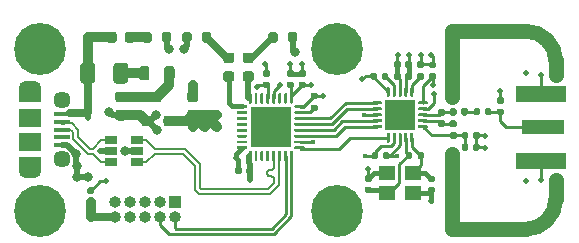
<source format=gtl>
%TF.GenerationSoftware,KiCad,Pcbnew,(5.1.12)-1*%
%TF.CreationDate,2022-02-05T21:00:17-05:00*%
%TF.ProjectId,usb-rf,7573622d-7266-42e6-9b69-6361645f7063,rev?*%
%TF.SameCoordinates,Original*%
%TF.FileFunction,Copper,L1,Top*%
%TF.FilePolarity,Positive*%
%FSLAX46Y46*%
G04 Gerber Fmt 4.6, Leading zero omitted, Abs format (unit mm)*
G04 Created by KiCad (PCBNEW (5.1.12)-1) date 2022-02-05 21:00:17*
%MOMM*%
%LPD*%
G01*
G04 APERTURE LIST*
%TA.AperFunction,EtchedComponent*%
%ADD10C,1.270000*%
%TD*%
%TA.AperFunction,SMDPad,CuDef*%
%ADD11R,3.600000X1.270000*%
%TD*%
%TA.AperFunction,SMDPad,CuDef*%
%ADD12R,4.200000X1.350000*%
%TD*%
%TA.AperFunction,SMDPad,CuDef*%
%ADD13R,1.900000X1.200000*%
%TD*%
%TA.AperFunction,ComponentPad*%
%ADD14O,1.900000X1.200000*%
%TD*%
%TA.AperFunction,SMDPad,CuDef*%
%ADD15R,1.900000X1.500000*%
%TD*%
%TA.AperFunction,ComponentPad*%
%ADD16C,1.450000*%
%TD*%
%TA.AperFunction,SMDPad,CuDef*%
%ADD17R,1.350000X0.400000*%
%TD*%
%TA.AperFunction,SMDPad,CuDef*%
%ADD18R,3.450000X3.450000*%
%TD*%
%TA.AperFunction,ComponentPad*%
%ADD19O,1.000000X1.000000*%
%TD*%
%TA.AperFunction,ComponentPad*%
%ADD20R,1.000000X1.000000*%
%TD*%
%TA.AperFunction,ComponentPad*%
%ADD21C,4.400000*%
%TD*%
%TA.AperFunction,SMDPad,CuDef*%
%ADD22R,1.400000X1.200000*%
%TD*%
%TA.AperFunction,SMDPad,CuDef*%
%ADD23R,2.500000X2.500000*%
%TD*%
%TA.AperFunction,SMDPad,CuDef*%
%ADD24R,1.060000X0.650000*%
%TD*%
%TA.AperFunction,SMDPad,CuDef*%
%ADD25R,0.800000X0.900000*%
%TD*%
%TA.AperFunction,ViaPad*%
%ADD26C,0.500000*%
%TD*%
%TA.AperFunction,ViaPad*%
%ADD27C,0.800000*%
%TD*%
%TA.AperFunction,ViaPad*%
%ADD28C,0.400000*%
%TD*%
%TA.AperFunction,Conductor*%
%ADD29C,0.508000*%
%TD*%
%TA.AperFunction,Conductor*%
%ADD30C,0.812800*%
%TD*%
%TA.AperFunction,Conductor*%
%ADD31C,0.381000*%
%TD*%
%TA.AperFunction,Conductor*%
%ADD32C,0.261112*%
%TD*%
%TA.AperFunction,Conductor*%
%ADD33C,0.293370*%
%TD*%
%TA.AperFunction,Conductor*%
%ADD34C,0.660400*%
%TD*%
%TA.AperFunction,Conductor*%
%ADD35C,0.200000*%
%TD*%
G04 APERTURE END LIST*
D10*
X153543000Y-79248000D02*
X153543000Y-73660000D01*
X162306000Y-76073000D02*
X162306000Y-77343000D01*
X153543000Y-73660000D02*
X159766000Y-73660000D01*
X153543000Y-90424000D02*
X153543000Y-84074000D01*
X153543000Y-90424000D02*
X159766000Y-90424000D01*
X162306000Y-86233000D02*
X162306000Y-87884000D01*
X162306000Y-87884000D02*
G75*
G02*
X159766000Y-90424000I-2540000J0D01*
G01*
X159766000Y-73660000D02*
G75*
G02*
X162306000Y-76200000I0J-2540000D01*
G01*
D11*
X161236000Y-81788000D03*
D12*
X161036000Y-78963000D03*
X161036000Y-84613000D03*
D13*
X117762500Y-79100000D03*
X117762500Y-84900000D03*
D14*
X117762500Y-85500000D03*
X117762500Y-78500000D03*
D15*
X117762500Y-81000000D03*
D16*
X120462500Y-84500000D03*
D17*
X120462500Y-82000000D03*
X120462500Y-82650000D03*
X120462500Y-83300000D03*
X120462500Y-80700000D03*
X120462500Y-81350000D03*
D16*
X120462500Y-79500000D03*
D15*
X117762500Y-83000000D03*
D18*
X138176000Y-81788000D03*
%TA.AperFunction,SMDPad,CuDef*%
G36*
G01*
X140238500Y-79913000D02*
X140988500Y-79913000D01*
G75*
G02*
X141051000Y-79975500I0J-62500D01*
G01*
X141051000Y-80100500D01*
G75*
G02*
X140988500Y-80163000I-62500J0D01*
G01*
X140238500Y-80163000D01*
G75*
G02*
X140176000Y-80100500I0J62500D01*
G01*
X140176000Y-79975500D01*
G75*
G02*
X140238500Y-79913000I62500J0D01*
G01*
G37*
%TD.AperFunction*%
%TA.AperFunction,SMDPad,CuDef*%
G36*
G01*
X140238500Y-80413000D02*
X140988500Y-80413000D01*
G75*
G02*
X141051000Y-80475500I0J-62500D01*
G01*
X141051000Y-80600500D01*
G75*
G02*
X140988500Y-80663000I-62500J0D01*
G01*
X140238500Y-80663000D01*
G75*
G02*
X140176000Y-80600500I0J62500D01*
G01*
X140176000Y-80475500D01*
G75*
G02*
X140238500Y-80413000I62500J0D01*
G01*
G37*
%TD.AperFunction*%
%TA.AperFunction,SMDPad,CuDef*%
G36*
G01*
X140238500Y-80913000D02*
X140988500Y-80913000D01*
G75*
G02*
X141051000Y-80975500I0J-62500D01*
G01*
X141051000Y-81100500D01*
G75*
G02*
X140988500Y-81163000I-62500J0D01*
G01*
X140238500Y-81163000D01*
G75*
G02*
X140176000Y-81100500I0J62500D01*
G01*
X140176000Y-80975500D01*
G75*
G02*
X140238500Y-80913000I62500J0D01*
G01*
G37*
%TD.AperFunction*%
%TA.AperFunction,SMDPad,CuDef*%
G36*
G01*
X140238500Y-81413000D02*
X140988500Y-81413000D01*
G75*
G02*
X141051000Y-81475500I0J-62500D01*
G01*
X141051000Y-81600500D01*
G75*
G02*
X140988500Y-81663000I-62500J0D01*
G01*
X140238500Y-81663000D01*
G75*
G02*
X140176000Y-81600500I0J62500D01*
G01*
X140176000Y-81475500D01*
G75*
G02*
X140238500Y-81413000I62500J0D01*
G01*
G37*
%TD.AperFunction*%
%TA.AperFunction,SMDPad,CuDef*%
G36*
G01*
X140238500Y-81913000D02*
X140988500Y-81913000D01*
G75*
G02*
X141051000Y-81975500I0J-62500D01*
G01*
X141051000Y-82100500D01*
G75*
G02*
X140988500Y-82163000I-62500J0D01*
G01*
X140238500Y-82163000D01*
G75*
G02*
X140176000Y-82100500I0J62500D01*
G01*
X140176000Y-81975500D01*
G75*
G02*
X140238500Y-81913000I62500J0D01*
G01*
G37*
%TD.AperFunction*%
%TA.AperFunction,SMDPad,CuDef*%
G36*
G01*
X140238500Y-82413000D02*
X140988500Y-82413000D01*
G75*
G02*
X141051000Y-82475500I0J-62500D01*
G01*
X141051000Y-82600500D01*
G75*
G02*
X140988500Y-82663000I-62500J0D01*
G01*
X140238500Y-82663000D01*
G75*
G02*
X140176000Y-82600500I0J62500D01*
G01*
X140176000Y-82475500D01*
G75*
G02*
X140238500Y-82413000I62500J0D01*
G01*
G37*
%TD.AperFunction*%
%TA.AperFunction,SMDPad,CuDef*%
G36*
G01*
X140238500Y-82913000D02*
X140988500Y-82913000D01*
G75*
G02*
X141051000Y-82975500I0J-62500D01*
G01*
X141051000Y-83100500D01*
G75*
G02*
X140988500Y-83163000I-62500J0D01*
G01*
X140238500Y-83163000D01*
G75*
G02*
X140176000Y-83100500I0J62500D01*
G01*
X140176000Y-82975500D01*
G75*
G02*
X140238500Y-82913000I62500J0D01*
G01*
G37*
%TD.AperFunction*%
%TA.AperFunction,SMDPad,CuDef*%
G36*
G01*
X140238500Y-83413000D02*
X140988500Y-83413000D01*
G75*
G02*
X141051000Y-83475500I0J-62500D01*
G01*
X141051000Y-83600500D01*
G75*
G02*
X140988500Y-83663000I-62500J0D01*
G01*
X140238500Y-83663000D01*
G75*
G02*
X140176000Y-83600500I0J62500D01*
G01*
X140176000Y-83475500D01*
G75*
G02*
X140238500Y-83413000I62500J0D01*
G01*
G37*
%TD.AperFunction*%
%TA.AperFunction,SMDPad,CuDef*%
G36*
G01*
X139863500Y-83788000D02*
X139988500Y-83788000D01*
G75*
G02*
X140051000Y-83850500I0J-62500D01*
G01*
X140051000Y-84600500D01*
G75*
G02*
X139988500Y-84663000I-62500J0D01*
G01*
X139863500Y-84663000D01*
G75*
G02*
X139801000Y-84600500I0J62500D01*
G01*
X139801000Y-83850500D01*
G75*
G02*
X139863500Y-83788000I62500J0D01*
G01*
G37*
%TD.AperFunction*%
%TA.AperFunction,SMDPad,CuDef*%
G36*
G01*
X139363500Y-83788000D02*
X139488500Y-83788000D01*
G75*
G02*
X139551000Y-83850500I0J-62500D01*
G01*
X139551000Y-84600500D01*
G75*
G02*
X139488500Y-84663000I-62500J0D01*
G01*
X139363500Y-84663000D01*
G75*
G02*
X139301000Y-84600500I0J62500D01*
G01*
X139301000Y-83850500D01*
G75*
G02*
X139363500Y-83788000I62500J0D01*
G01*
G37*
%TD.AperFunction*%
%TA.AperFunction,SMDPad,CuDef*%
G36*
G01*
X138863500Y-83788000D02*
X138988500Y-83788000D01*
G75*
G02*
X139051000Y-83850500I0J-62500D01*
G01*
X139051000Y-84600500D01*
G75*
G02*
X138988500Y-84663000I-62500J0D01*
G01*
X138863500Y-84663000D01*
G75*
G02*
X138801000Y-84600500I0J62500D01*
G01*
X138801000Y-83850500D01*
G75*
G02*
X138863500Y-83788000I62500J0D01*
G01*
G37*
%TD.AperFunction*%
%TA.AperFunction,SMDPad,CuDef*%
G36*
G01*
X138363500Y-83788000D02*
X138488500Y-83788000D01*
G75*
G02*
X138551000Y-83850500I0J-62500D01*
G01*
X138551000Y-84600500D01*
G75*
G02*
X138488500Y-84663000I-62500J0D01*
G01*
X138363500Y-84663000D01*
G75*
G02*
X138301000Y-84600500I0J62500D01*
G01*
X138301000Y-83850500D01*
G75*
G02*
X138363500Y-83788000I62500J0D01*
G01*
G37*
%TD.AperFunction*%
%TA.AperFunction,SMDPad,CuDef*%
G36*
G01*
X137863500Y-83788000D02*
X137988500Y-83788000D01*
G75*
G02*
X138051000Y-83850500I0J-62500D01*
G01*
X138051000Y-84600500D01*
G75*
G02*
X137988500Y-84663000I-62500J0D01*
G01*
X137863500Y-84663000D01*
G75*
G02*
X137801000Y-84600500I0J62500D01*
G01*
X137801000Y-83850500D01*
G75*
G02*
X137863500Y-83788000I62500J0D01*
G01*
G37*
%TD.AperFunction*%
%TA.AperFunction,SMDPad,CuDef*%
G36*
G01*
X137363500Y-83788000D02*
X137488500Y-83788000D01*
G75*
G02*
X137551000Y-83850500I0J-62500D01*
G01*
X137551000Y-84600500D01*
G75*
G02*
X137488500Y-84663000I-62500J0D01*
G01*
X137363500Y-84663000D01*
G75*
G02*
X137301000Y-84600500I0J62500D01*
G01*
X137301000Y-83850500D01*
G75*
G02*
X137363500Y-83788000I62500J0D01*
G01*
G37*
%TD.AperFunction*%
%TA.AperFunction,SMDPad,CuDef*%
G36*
G01*
X136863500Y-83788000D02*
X136988500Y-83788000D01*
G75*
G02*
X137051000Y-83850500I0J-62500D01*
G01*
X137051000Y-84600500D01*
G75*
G02*
X136988500Y-84663000I-62500J0D01*
G01*
X136863500Y-84663000D01*
G75*
G02*
X136801000Y-84600500I0J62500D01*
G01*
X136801000Y-83850500D01*
G75*
G02*
X136863500Y-83788000I62500J0D01*
G01*
G37*
%TD.AperFunction*%
%TA.AperFunction,SMDPad,CuDef*%
G36*
G01*
X136363500Y-83788000D02*
X136488500Y-83788000D01*
G75*
G02*
X136551000Y-83850500I0J-62500D01*
G01*
X136551000Y-84600500D01*
G75*
G02*
X136488500Y-84663000I-62500J0D01*
G01*
X136363500Y-84663000D01*
G75*
G02*
X136301000Y-84600500I0J62500D01*
G01*
X136301000Y-83850500D01*
G75*
G02*
X136363500Y-83788000I62500J0D01*
G01*
G37*
%TD.AperFunction*%
%TA.AperFunction,SMDPad,CuDef*%
G36*
G01*
X135363500Y-83413000D02*
X136113500Y-83413000D01*
G75*
G02*
X136176000Y-83475500I0J-62500D01*
G01*
X136176000Y-83600500D01*
G75*
G02*
X136113500Y-83663000I-62500J0D01*
G01*
X135363500Y-83663000D01*
G75*
G02*
X135301000Y-83600500I0J62500D01*
G01*
X135301000Y-83475500D01*
G75*
G02*
X135363500Y-83413000I62500J0D01*
G01*
G37*
%TD.AperFunction*%
%TA.AperFunction,SMDPad,CuDef*%
G36*
G01*
X135363500Y-82913000D02*
X136113500Y-82913000D01*
G75*
G02*
X136176000Y-82975500I0J-62500D01*
G01*
X136176000Y-83100500D01*
G75*
G02*
X136113500Y-83163000I-62500J0D01*
G01*
X135363500Y-83163000D01*
G75*
G02*
X135301000Y-83100500I0J62500D01*
G01*
X135301000Y-82975500D01*
G75*
G02*
X135363500Y-82913000I62500J0D01*
G01*
G37*
%TD.AperFunction*%
%TA.AperFunction,SMDPad,CuDef*%
G36*
G01*
X135363500Y-82413000D02*
X136113500Y-82413000D01*
G75*
G02*
X136176000Y-82475500I0J-62500D01*
G01*
X136176000Y-82600500D01*
G75*
G02*
X136113500Y-82663000I-62500J0D01*
G01*
X135363500Y-82663000D01*
G75*
G02*
X135301000Y-82600500I0J62500D01*
G01*
X135301000Y-82475500D01*
G75*
G02*
X135363500Y-82413000I62500J0D01*
G01*
G37*
%TD.AperFunction*%
%TA.AperFunction,SMDPad,CuDef*%
G36*
G01*
X135363500Y-81913000D02*
X136113500Y-81913000D01*
G75*
G02*
X136176000Y-81975500I0J-62500D01*
G01*
X136176000Y-82100500D01*
G75*
G02*
X136113500Y-82163000I-62500J0D01*
G01*
X135363500Y-82163000D01*
G75*
G02*
X135301000Y-82100500I0J62500D01*
G01*
X135301000Y-81975500D01*
G75*
G02*
X135363500Y-81913000I62500J0D01*
G01*
G37*
%TD.AperFunction*%
%TA.AperFunction,SMDPad,CuDef*%
G36*
G01*
X135363500Y-81413000D02*
X136113500Y-81413000D01*
G75*
G02*
X136176000Y-81475500I0J-62500D01*
G01*
X136176000Y-81600500D01*
G75*
G02*
X136113500Y-81663000I-62500J0D01*
G01*
X135363500Y-81663000D01*
G75*
G02*
X135301000Y-81600500I0J62500D01*
G01*
X135301000Y-81475500D01*
G75*
G02*
X135363500Y-81413000I62500J0D01*
G01*
G37*
%TD.AperFunction*%
%TA.AperFunction,SMDPad,CuDef*%
G36*
G01*
X135363500Y-80913000D02*
X136113500Y-80913000D01*
G75*
G02*
X136176000Y-80975500I0J-62500D01*
G01*
X136176000Y-81100500D01*
G75*
G02*
X136113500Y-81163000I-62500J0D01*
G01*
X135363500Y-81163000D01*
G75*
G02*
X135301000Y-81100500I0J62500D01*
G01*
X135301000Y-80975500D01*
G75*
G02*
X135363500Y-80913000I62500J0D01*
G01*
G37*
%TD.AperFunction*%
%TA.AperFunction,SMDPad,CuDef*%
G36*
G01*
X135363500Y-80413000D02*
X136113500Y-80413000D01*
G75*
G02*
X136176000Y-80475500I0J-62500D01*
G01*
X136176000Y-80600500D01*
G75*
G02*
X136113500Y-80663000I-62500J0D01*
G01*
X135363500Y-80663000D01*
G75*
G02*
X135301000Y-80600500I0J62500D01*
G01*
X135301000Y-80475500D01*
G75*
G02*
X135363500Y-80413000I62500J0D01*
G01*
G37*
%TD.AperFunction*%
%TA.AperFunction,SMDPad,CuDef*%
G36*
G01*
X135363500Y-79913000D02*
X136113500Y-79913000D01*
G75*
G02*
X136176000Y-79975500I0J-62500D01*
G01*
X136176000Y-80100500D01*
G75*
G02*
X136113500Y-80163000I-62500J0D01*
G01*
X135363500Y-80163000D01*
G75*
G02*
X135301000Y-80100500I0J62500D01*
G01*
X135301000Y-79975500D01*
G75*
G02*
X135363500Y-79913000I62500J0D01*
G01*
G37*
%TD.AperFunction*%
%TA.AperFunction,SMDPad,CuDef*%
G36*
G01*
X136363500Y-78913000D02*
X136488500Y-78913000D01*
G75*
G02*
X136551000Y-78975500I0J-62500D01*
G01*
X136551000Y-79725500D01*
G75*
G02*
X136488500Y-79788000I-62500J0D01*
G01*
X136363500Y-79788000D01*
G75*
G02*
X136301000Y-79725500I0J62500D01*
G01*
X136301000Y-78975500D01*
G75*
G02*
X136363500Y-78913000I62500J0D01*
G01*
G37*
%TD.AperFunction*%
%TA.AperFunction,SMDPad,CuDef*%
G36*
G01*
X136863500Y-78913000D02*
X136988500Y-78913000D01*
G75*
G02*
X137051000Y-78975500I0J-62500D01*
G01*
X137051000Y-79725500D01*
G75*
G02*
X136988500Y-79788000I-62500J0D01*
G01*
X136863500Y-79788000D01*
G75*
G02*
X136801000Y-79725500I0J62500D01*
G01*
X136801000Y-78975500D01*
G75*
G02*
X136863500Y-78913000I62500J0D01*
G01*
G37*
%TD.AperFunction*%
%TA.AperFunction,SMDPad,CuDef*%
G36*
G01*
X137363500Y-78913000D02*
X137488500Y-78913000D01*
G75*
G02*
X137551000Y-78975500I0J-62500D01*
G01*
X137551000Y-79725500D01*
G75*
G02*
X137488500Y-79788000I-62500J0D01*
G01*
X137363500Y-79788000D01*
G75*
G02*
X137301000Y-79725500I0J62500D01*
G01*
X137301000Y-78975500D01*
G75*
G02*
X137363500Y-78913000I62500J0D01*
G01*
G37*
%TD.AperFunction*%
%TA.AperFunction,SMDPad,CuDef*%
G36*
G01*
X137863500Y-78913000D02*
X137988500Y-78913000D01*
G75*
G02*
X138051000Y-78975500I0J-62500D01*
G01*
X138051000Y-79725500D01*
G75*
G02*
X137988500Y-79788000I-62500J0D01*
G01*
X137863500Y-79788000D01*
G75*
G02*
X137801000Y-79725500I0J62500D01*
G01*
X137801000Y-78975500D01*
G75*
G02*
X137863500Y-78913000I62500J0D01*
G01*
G37*
%TD.AperFunction*%
%TA.AperFunction,SMDPad,CuDef*%
G36*
G01*
X138363500Y-78913000D02*
X138488500Y-78913000D01*
G75*
G02*
X138551000Y-78975500I0J-62500D01*
G01*
X138551000Y-79725500D01*
G75*
G02*
X138488500Y-79788000I-62500J0D01*
G01*
X138363500Y-79788000D01*
G75*
G02*
X138301000Y-79725500I0J62500D01*
G01*
X138301000Y-78975500D01*
G75*
G02*
X138363500Y-78913000I62500J0D01*
G01*
G37*
%TD.AperFunction*%
%TA.AperFunction,SMDPad,CuDef*%
G36*
G01*
X138863500Y-78913000D02*
X138988500Y-78913000D01*
G75*
G02*
X139051000Y-78975500I0J-62500D01*
G01*
X139051000Y-79725500D01*
G75*
G02*
X138988500Y-79788000I-62500J0D01*
G01*
X138863500Y-79788000D01*
G75*
G02*
X138801000Y-79725500I0J62500D01*
G01*
X138801000Y-78975500D01*
G75*
G02*
X138863500Y-78913000I62500J0D01*
G01*
G37*
%TD.AperFunction*%
%TA.AperFunction,SMDPad,CuDef*%
G36*
G01*
X139363500Y-78913000D02*
X139488500Y-78913000D01*
G75*
G02*
X139551000Y-78975500I0J-62500D01*
G01*
X139551000Y-79725500D01*
G75*
G02*
X139488500Y-79788000I-62500J0D01*
G01*
X139363500Y-79788000D01*
G75*
G02*
X139301000Y-79725500I0J62500D01*
G01*
X139301000Y-78975500D01*
G75*
G02*
X139363500Y-78913000I62500J0D01*
G01*
G37*
%TD.AperFunction*%
%TA.AperFunction,SMDPad,CuDef*%
G36*
G01*
X139863500Y-78913000D02*
X139988500Y-78913000D01*
G75*
G02*
X140051000Y-78975500I0J-62500D01*
G01*
X140051000Y-79725500D01*
G75*
G02*
X139988500Y-79788000I-62500J0D01*
G01*
X139863500Y-79788000D01*
G75*
G02*
X139801000Y-79725500I0J62500D01*
G01*
X139801000Y-78975500D01*
G75*
G02*
X139863500Y-78913000I62500J0D01*
G01*
G37*
%TD.AperFunction*%
%TA.AperFunction,SMDPad,CuDef*%
G36*
G01*
X125126000Y-73911750D02*
X125126000Y-74424250D01*
G75*
G02*
X124907250Y-74643000I-218750J0D01*
G01*
X124469750Y-74643000D01*
G75*
G02*
X124251000Y-74424250I0J218750D01*
G01*
X124251000Y-73911750D01*
G75*
G02*
X124469750Y-73693000I218750J0D01*
G01*
X124907250Y-73693000D01*
G75*
G02*
X125126000Y-73911750I0J-218750D01*
G01*
G37*
%TD.AperFunction*%
%TA.AperFunction,SMDPad,CuDef*%
G36*
G01*
X126701000Y-73911750D02*
X126701000Y-74424250D01*
G75*
G02*
X126482250Y-74643000I-218750J0D01*
G01*
X126044750Y-74643000D01*
G75*
G02*
X125826000Y-74424250I0J218750D01*
G01*
X125826000Y-73911750D01*
G75*
G02*
X126044750Y-73693000I218750J0D01*
G01*
X126482250Y-73693000D01*
G75*
G02*
X126701000Y-73911750I0J-218750D01*
G01*
G37*
%TD.AperFunction*%
D19*
X124968000Y-89408000D03*
X124968000Y-88138000D03*
X126238000Y-89408000D03*
X126238000Y-88138000D03*
X127508000Y-89408000D03*
X127508000Y-88138000D03*
X128778000Y-89408000D03*
X128778000Y-88138000D03*
X130048000Y-89408000D03*
D20*
X130048000Y-88138000D03*
D21*
X143764000Y-75184000D03*
X143764000Y-88900000D03*
X118618000Y-88900000D03*
X118618000Y-75184000D03*
%TA.AperFunction,SMDPad,CuDef*%
G36*
G01*
X128099000Y-73893000D02*
X128099000Y-74443000D01*
G75*
G02*
X127899000Y-74643000I-200000J0D01*
G01*
X127499000Y-74643000D01*
G75*
G02*
X127299000Y-74443000I0J200000D01*
G01*
X127299000Y-73893000D01*
G75*
G02*
X127499000Y-73693000I200000J0D01*
G01*
X127899000Y-73693000D01*
G75*
G02*
X128099000Y-73893000I0J-200000D01*
G01*
G37*
%TD.AperFunction*%
%TA.AperFunction,SMDPad,CuDef*%
G36*
G01*
X129749000Y-73893000D02*
X129749000Y-74443000D01*
G75*
G02*
X129549000Y-74643000I-200000J0D01*
G01*
X129149000Y-74643000D01*
G75*
G02*
X128949000Y-74443000I0J200000D01*
G01*
X128949000Y-73893000D01*
G75*
G02*
X129149000Y-73693000I200000J0D01*
G01*
X129549000Y-73693000D01*
G75*
G02*
X129749000Y-73893000I0J-200000D01*
G01*
G37*
%TD.AperFunction*%
%TA.AperFunction,SMDPad,CuDef*%
G36*
G01*
X124851000Y-77841000D02*
X124851000Y-76591000D01*
G75*
G02*
X125101000Y-76341000I250000J0D01*
G01*
X125851000Y-76341000D01*
G75*
G02*
X126101000Y-76591000I0J-250000D01*
G01*
X126101000Y-77841000D01*
G75*
G02*
X125851000Y-78091000I-250000J0D01*
G01*
X125101000Y-78091000D01*
G75*
G02*
X124851000Y-77841000I0J250000D01*
G01*
G37*
%TD.AperFunction*%
%TA.AperFunction,SMDPad,CuDef*%
G36*
G01*
X122051000Y-77841000D02*
X122051000Y-76591000D01*
G75*
G02*
X122301000Y-76341000I250000J0D01*
G01*
X123051000Y-76341000D01*
G75*
G02*
X123301000Y-76591000I0J-250000D01*
G01*
X123301000Y-77841000D01*
G75*
G02*
X123051000Y-78091000I-250000J0D01*
G01*
X122301000Y-78091000D01*
G75*
G02*
X122051000Y-77841000I0J250000D01*
G01*
G37*
%TD.AperFunction*%
D22*
X150220000Y-87334000D03*
X148020000Y-87334000D03*
X148020000Y-85634000D03*
X150220000Y-85634000D03*
D23*
X149120000Y-80734000D03*
%TA.AperFunction,SMDPad,CuDef*%
G36*
G01*
X147995000Y-79146500D02*
X147995000Y-78446500D01*
G75*
G02*
X148057500Y-78384000I62500J0D01*
G01*
X148182500Y-78384000D01*
G75*
G02*
X148245000Y-78446500I0J-62500D01*
G01*
X148245000Y-79146500D01*
G75*
G02*
X148182500Y-79209000I-62500J0D01*
G01*
X148057500Y-79209000D01*
G75*
G02*
X147995000Y-79146500I0J62500D01*
G01*
G37*
%TD.AperFunction*%
%TA.AperFunction,SMDPad,CuDef*%
G36*
G01*
X148495000Y-79146500D02*
X148495000Y-78446500D01*
G75*
G02*
X148557500Y-78384000I62500J0D01*
G01*
X148682500Y-78384000D01*
G75*
G02*
X148745000Y-78446500I0J-62500D01*
G01*
X148745000Y-79146500D01*
G75*
G02*
X148682500Y-79209000I-62500J0D01*
G01*
X148557500Y-79209000D01*
G75*
G02*
X148495000Y-79146500I0J62500D01*
G01*
G37*
%TD.AperFunction*%
%TA.AperFunction,SMDPad,CuDef*%
G36*
G01*
X148995000Y-79146500D02*
X148995000Y-78446500D01*
G75*
G02*
X149057500Y-78384000I62500J0D01*
G01*
X149182500Y-78384000D01*
G75*
G02*
X149245000Y-78446500I0J-62500D01*
G01*
X149245000Y-79146500D01*
G75*
G02*
X149182500Y-79209000I-62500J0D01*
G01*
X149057500Y-79209000D01*
G75*
G02*
X148995000Y-79146500I0J62500D01*
G01*
G37*
%TD.AperFunction*%
%TA.AperFunction,SMDPad,CuDef*%
G36*
G01*
X149495000Y-79146500D02*
X149495000Y-78446500D01*
G75*
G02*
X149557500Y-78384000I62500J0D01*
G01*
X149682500Y-78384000D01*
G75*
G02*
X149745000Y-78446500I0J-62500D01*
G01*
X149745000Y-79146500D01*
G75*
G02*
X149682500Y-79209000I-62500J0D01*
G01*
X149557500Y-79209000D01*
G75*
G02*
X149495000Y-79146500I0J62500D01*
G01*
G37*
%TD.AperFunction*%
%TA.AperFunction,SMDPad,CuDef*%
G36*
G01*
X149995000Y-79146500D02*
X149995000Y-78446500D01*
G75*
G02*
X150057500Y-78384000I62500J0D01*
G01*
X150182500Y-78384000D01*
G75*
G02*
X150245000Y-78446500I0J-62500D01*
G01*
X150245000Y-79146500D01*
G75*
G02*
X150182500Y-79209000I-62500J0D01*
G01*
X150057500Y-79209000D01*
G75*
G02*
X149995000Y-79146500I0J62500D01*
G01*
G37*
%TD.AperFunction*%
%TA.AperFunction,SMDPad,CuDef*%
G36*
G01*
X150645000Y-79796500D02*
X150645000Y-79671500D01*
G75*
G02*
X150707500Y-79609000I62500J0D01*
G01*
X151407500Y-79609000D01*
G75*
G02*
X151470000Y-79671500I0J-62500D01*
G01*
X151470000Y-79796500D01*
G75*
G02*
X151407500Y-79859000I-62500J0D01*
G01*
X150707500Y-79859000D01*
G75*
G02*
X150645000Y-79796500I0J62500D01*
G01*
G37*
%TD.AperFunction*%
%TA.AperFunction,SMDPad,CuDef*%
G36*
G01*
X150645000Y-80296500D02*
X150645000Y-80171500D01*
G75*
G02*
X150707500Y-80109000I62500J0D01*
G01*
X151407500Y-80109000D01*
G75*
G02*
X151470000Y-80171500I0J-62500D01*
G01*
X151470000Y-80296500D01*
G75*
G02*
X151407500Y-80359000I-62500J0D01*
G01*
X150707500Y-80359000D01*
G75*
G02*
X150645000Y-80296500I0J62500D01*
G01*
G37*
%TD.AperFunction*%
%TA.AperFunction,SMDPad,CuDef*%
G36*
G01*
X150645000Y-80796500D02*
X150645000Y-80671500D01*
G75*
G02*
X150707500Y-80609000I62500J0D01*
G01*
X151407500Y-80609000D01*
G75*
G02*
X151470000Y-80671500I0J-62500D01*
G01*
X151470000Y-80796500D01*
G75*
G02*
X151407500Y-80859000I-62500J0D01*
G01*
X150707500Y-80859000D01*
G75*
G02*
X150645000Y-80796500I0J62500D01*
G01*
G37*
%TD.AperFunction*%
%TA.AperFunction,SMDPad,CuDef*%
G36*
G01*
X150645000Y-81296500D02*
X150645000Y-81171500D01*
G75*
G02*
X150707500Y-81109000I62500J0D01*
G01*
X151407500Y-81109000D01*
G75*
G02*
X151470000Y-81171500I0J-62500D01*
G01*
X151470000Y-81296500D01*
G75*
G02*
X151407500Y-81359000I-62500J0D01*
G01*
X150707500Y-81359000D01*
G75*
G02*
X150645000Y-81296500I0J62500D01*
G01*
G37*
%TD.AperFunction*%
%TA.AperFunction,SMDPad,CuDef*%
G36*
G01*
X150645000Y-81796500D02*
X150645000Y-81671500D01*
G75*
G02*
X150707500Y-81609000I62500J0D01*
G01*
X151407500Y-81609000D01*
G75*
G02*
X151470000Y-81671500I0J-62500D01*
G01*
X151470000Y-81796500D01*
G75*
G02*
X151407500Y-81859000I-62500J0D01*
G01*
X150707500Y-81859000D01*
G75*
G02*
X150645000Y-81796500I0J62500D01*
G01*
G37*
%TD.AperFunction*%
%TA.AperFunction,SMDPad,CuDef*%
G36*
G01*
X149995000Y-83021500D02*
X149995000Y-82321500D01*
G75*
G02*
X150057500Y-82259000I62500J0D01*
G01*
X150182500Y-82259000D01*
G75*
G02*
X150245000Y-82321500I0J-62500D01*
G01*
X150245000Y-83021500D01*
G75*
G02*
X150182500Y-83084000I-62500J0D01*
G01*
X150057500Y-83084000D01*
G75*
G02*
X149995000Y-83021500I0J62500D01*
G01*
G37*
%TD.AperFunction*%
%TA.AperFunction,SMDPad,CuDef*%
G36*
G01*
X149495000Y-83021500D02*
X149495000Y-82321500D01*
G75*
G02*
X149557500Y-82259000I62500J0D01*
G01*
X149682500Y-82259000D01*
G75*
G02*
X149745000Y-82321500I0J-62500D01*
G01*
X149745000Y-83021500D01*
G75*
G02*
X149682500Y-83084000I-62500J0D01*
G01*
X149557500Y-83084000D01*
G75*
G02*
X149495000Y-83021500I0J62500D01*
G01*
G37*
%TD.AperFunction*%
%TA.AperFunction,SMDPad,CuDef*%
G36*
G01*
X148995000Y-83021500D02*
X148995000Y-82321500D01*
G75*
G02*
X149057500Y-82259000I62500J0D01*
G01*
X149182500Y-82259000D01*
G75*
G02*
X149245000Y-82321500I0J-62500D01*
G01*
X149245000Y-83021500D01*
G75*
G02*
X149182500Y-83084000I-62500J0D01*
G01*
X149057500Y-83084000D01*
G75*
G02*
X148995000Y-83021500I0J62500D01*
G01*
G37*
%TD.AperFunction*%
%TA.AperFunction,SMDPad,CuDef*%
G36*
G01*
X148495000Y-83021500D02*
X148495000Y-82321500D01*
G75*
G02*
X148557500Y-82259000I62500J0D01*
G01*
X148682500Y-82259000D01*
G75*
G02*
X148745000Y-82321500I0J-62500D01*
G01*
X148745000Y-83021500D01*
G75*
G02*
X148682500Y-83084000I-62500J0D01*
G01*
X148557500Y-83084000D01*
G75*
G02*
X148495000Y-83021500I0J62500D01*
G01*
G37*
%TD.AperFunction*%
%TA.AperFunction,SMDPad,CuDef*%
G36*
G01*
X147995000Y-83021500D02*
X147995000Y-82321500D01*
G75*
G02*
X148057500Y-82259000I62500J0D01*
G01*
X148182500Y-82259000D01*
G75*
G02*
X148245000Y-82321500I0J-62500D01*
G01*
X148245000Y-83021500D01*
G75*
G02*
X148182500Y-83084000I-62500J0D01*
G01*
X148057500Y-83084000D01*
G75*
G02*
X147995000Y-83021500I0J62500D01*
G01*
G37*
%TD.AperFunction*%
%TA.AperFunction,SMDPad,CuDef*%
G36*
G01*
X146770000Y-81796500D02*
X146770000Y-81671500D01*
G75*
G02*
X146832500Y-81609000I62500J0D01*
G01*
X147532500Y-81609000D01*
G75*
G02*
X147595000Y-81671500I0J-62500D01*
G01*
X147595000Y-81796500D01*
G75*
G02*
X147532500Y-81859000I-62500J0D01*
G01*
X146832500Y-81859000D01*
G75*
G02*
X146770000Y-81796500I0J62500D01*
G01*
G37*
%TD.AperFunction*%
%TA.AperFunction,SMDPad,CuDef*%
G36*
G01*
X146770000Y-81296500D02*
X146770000Y-81171500D01*
G75*
G02*
X146832500Y-81109000I62500J0D01*
G01*
X147532500Y-81109000D01*
G75*
G02*
X147595000Y-81171500I0J-62500D01*
G01*
X147595000Y-81296500D01*
G75*
G02*
X147532500Y-81359000I-62500J0D01*
G01*
X146832500Y-81359000D01*
G75*
G02*
X146770000Y-81296500I0J62500D01*
G01*
G37*
%TD.AperFunction*%
%TA.AperFunction,SMDPad,CuDef*%
G36*
G01*
X146770000Y-80796500D02*
X146770000Y-80671500D01*
G75*
G02*
X146832500Y-80609000I62500J0D01*
G01*
X147532500Y-80609000D01*
G75*
G02*
X147595000Y-80671500I0J-62500D01*
G01*
X147595000Y-80796500D01*
G75*
G02*
X147532500Y-80859000I-62500J0D01*
G01*
X146832500Y-80859000D01*
G75*
G02*
X146770000Y-80796500I0J62500D01*
G01*
G37*
%TD.AperFunction*%
%TA.AperFunction,SMDPad,CuDef*%
G36*
G01*
X146770000Y-80296500D02*
X146770000Y-80171500D01*
G75*
G02*
X146832500Y-80109000I62500J0D01*
G01*
X147532500Y-80109000D01*
G75*
G02*
X147595000Y-80171500I0J-62500D01*
G01*
X147595000Y-80296500D01*
G75*
G02*
X147532500Y-80359000I-62500J0D01*
G01*
X146832500Y-80359000D01*
G75*
G02*
X146770000Y-80296500I0J62500D01*
G01*
G37*
%TD.AperFunction*%
%TA.AperFunction,SMDPad,CuDef*%
G36*
G01*
X146770000Y-79796500D02*
X146770000Y-79671500D01*
G75*
G02*
X146832500Y-79609000I62500J0D01*
G01*
X147532500Y-79609000D01*
G75*
G02*
X147595000Y-79671500I0J-62500D01*
G01*
X147595000Y-79796500D01*
G75*
G02*
X147532500Y-79859000I-62500J0D01*
G01*
X146832500Y-79859000D01*
G75*
G02*
X146770000Y-79796500I0J62500D01*
G01*
G37*
%TD.AperFunction*%
D24*
X124630000Y-83820000D03*
X124630000Y-84770000D03*
X124630000Y-82870000D03*
X126830000Y-82870000D03*
X126830000Y-83820000D03*
X126830000Y-84770000D03*
D25*
X128524000Y-79264000D03*
X129474000Y-81264000D03*
X127574000Y-81264000D03*
%TA.AperFunction,SMDPad,CuDef*%
G36*
G01*
X150130000Y-84016000D02*
X150130000Y-84386000D01*
G75*
G02*
X149995000Y-84521000I-135000J0D01*
G01*
X149725000Y-84521000D01*
G75*
G02*
X149590000Y-84386000I0J135000D01*
G01*
X149590000Y-84016000D01*
G75*
G02*
X149725000Y-83881000I135000J0D01*
G01*
X149995000Y-83881000D01*
G75*
G02*
X150130000Y-84016000I0J-135000D01*
G01*
G37*
%TD.AperFunction*%
%TA.AperFunction,SMDPad,CuDef*%
G36*
G01*
X151150000Y-84016000D02*
X151150000Y-84386000D01*
G75*
G02*
X151015000Y-84521000I-135000J0D01*
G01*
X150745000Y-84521000D01*
G75*
G02*
X150610000Y-84386000I0J135000D01*
G01*
X150610000Y-84016000D01*
G75*
G02*
X150745000Y-83881000I135000J0D01*
G01*
X151015000Y-83881000D01*
G75*
G02*
X151150000Y-84016000I0J-135000D01*
G01*
G37*
%TD.AperFunction*%
%TA.AperFunction,SMDPad,CuDef*%
G36*
G01*
X151055000Y-76734000D02*
X150685000Y-76734000D01*
G75*
G02*
X150550000Y-76599000I0J135000D01*
G01*
X150550000Y-76329000D01*
G75*
G02*
X150685000Y-76194000I135000J0D01*
G01*
X151055000Y-76194000D01*
G75*
G02*
X151190000Y-76329000I0J-135000D01*
G01*
X151190000Y-76599000D01*
G75*
G02*
X151055000Y-76734000I-135000J0D01*
G01*
G37*
%TD.AperFunction*%
%TA.AperFunction,SMDPad,CuDef*%
G36*
G01*
X151055000Y-77754000D02*
X150685000Y-77754000D01*
G75*
G02*
X150550000Y-77619000I0J135000D01*
G01*
X150550000Y-77349000D01*
G75*
G02*
X150685000Y-77214000I135000J0D01*
G01*
X151055000Y-77214000D01*
G75*
G02*
X151190000Y-77349000I0J-135000D01*
G01*
X151190000Y-77619000D01*
G75*
G02*
X151055000Y-77754000I-135000J0D01*
G01*
G37*
%TD.AperFunction*%
%TA.AperFunction,SMDPad,CuDef*%
G36*
G01*
X139617000Y-74443000D02*
X139617000Y-73893000D01*
G75*
G02*
X139817000Y-73693000I200000J0D01*
G01*
X140217000Y-73693000D01*
G75*
G02*
X140417000Y-73893000I0J-200000D01*
G01*
X140417000Y-74443000D01*
G75*
G02*
X140217000Y-74643000I-200000J0D01*
G01*
X139817000Y-74643000D01*
G75*
G02*
X139617000Y-74443000I0J200000D01*
G01*
G37*
%TD.AperFunction*%
%TA.AperFunction,SMDPad,CuDef*%
G36*
G01*
X137967000Y-74443000D02*
X137967000Y-73893000D01*
G75*
G02*
X138167000Y-73693000I200000J0D01*
G01*
X138567000Y-73693000D01*
G75*
G02*
X138767000Y-73893000I0J-200000D01*
G01*
X138767000Y-74443000D01*
G75*
G02*
X138567000Y-74643000I-200000J0D01*
G01*
X138167000Y-74643000D01*
G75*
G02*
X137967000Y-74443000I0J200000D01*
G01*
G37*
%TD.AperFunction*%
%TA.AperFunction,SMDPad,CuDef*%
G36*
G01*
X131464000Y-73893000D02*
X131464000Y-74443000D01*
G75*
G02*
X131264000Y-74643000I-200000J0D01*
G01*
X130864000Y-74643000D01*
G75*
G02*
X130664000Y-74443000I0J200000D01*
G01*
X130664000Y-73893000D01*
G75*
G02*
X130864000Y-73693000I200000J0D01*
G01*
X131264000Y-73693000D01*
G75*
G02*
X131464000Y-73893000I0J-200000D01*
G01*
G37*
%TD.AperFunction*%
%TA.AperFunction,SMDPad,CuDef*%
G36*
G01*
X133114000Y-73893000D02*
X133114000Y-74443000D01*
G75*
G02*
X132914000Y-74643000I-200000J0D01*
G01*
X132514000Y-74643000D01*
G75*
G02*
X132314000Y-74443000I0J200000D01*
G01*
X132314000Y-73893000D01*
G75*
G02*
X132514000Y-73693000I200000J0D01*
G01*
X132914000Y-73693000D01*
G75*
G02*
X133114000Y-73893000I0J-200000D01*
G01*
G37*
%TD.AperFunction*%
%TA.AperFunction,SMDPad,CuDef*%
G36*
G01*
X142044000Y-79389000D02*
X141674000Y-79389000D01*
G75*
G02*
X141539000Y-79254000I0J135000D01*
G01*
X141539000Y-78984000D01*
G75*
G02*
X141674000Y-78849000I135000J0D01*
G01*
X142044000Y-78849000D01*
G75*
G02*
X142179000Y-78984000I0J-135000D01*
G01*
X142179000Y-79254000D01*
G75*
G02*
X142044000Y-79389000I-135000J0D01*
G01*
G37*
%TD.AperFunction*%
%TA.AperFunction,SMDPad,CuDef*%
G36*
G01*
X142044000Y-80409000D02*
X141674000Y-80409000D01*
G75*
G02*
X141539000Y-80274000I0J135000D01*
G01*
X141539000Y-80004000D01*
G75*
G02*
X141674000Y-79869000I135000J0D01*
G01*
X142044000Y-79869000D01*
G75*
G02*
X142179000Y-80004000I0J-135000D01*
G01*
X142179000Y-80274000D01*
G75*
G02*
X142044000Y-80409000I-135000J0D01*
G01*
G37*
%TD.AperFunction*%
%TA.AperFunction,SMDPad,CuDef*%
G36*
G01*
X153447500Y-82189000D02*
X153792500Y-82189000D01*
G75*
G02*
X153940000Y-82336500I0J-147500D01*
G01*
X153940000Y-82631500D01*
G75*
G02*
X153792500Y-82779000I-147500J0D01*
G01*
X153447500Y-82779000D01*
G75*
G02*
X153300000Y-82631500I0J147500D01*
G01*
X153300000Y-82336500D01*
G75*
G02*
X153447500Y-82189000I147500J0D01*
G01*
G37*
%TD.AperFunction*%
%TA.AperFunction,SMDPad,CuDef*%
G36*
G01*
X153447500Y-81219000D02*
X153792500Y-81219000D01*
G75*
G02*
X153940000Y-81366500I0J-147500D01*
G01*
X153940000Y-81661500D01*
G75*
G02*
X153792500Y-81809000I-147500J0D01*
G01*
X153447500Y-81809000D01*
G75*
G02*
X153300000Y-81661500I0J147500D01*
G01*
X153300000Y-81366500D01*
G75*
G02*
X153447500Y-81219000I147500J0D01*
G01*
G37*
%TD.AperFunction*%
%TA.AperFunction,SMDPad,CuDef*%
G36*
G01*
X152447500Y-81189000D02*
X152792500Y-81189000D01*
G75*
G02*
X152940000Y-81336500I0J-147500D01*
G01*
X152940000Y-81631500D01*
G75*
G02*
X152792500Y-81779000I-147500J0D01*
G01*
X152447500Y-81779000D01*
G75*
G02*
X152300000Y-81631500I0J147500D01*
G01*
X152300000Y-81336500D01*
G75*
G02*
X152447500Y-81189000I147500J0D01*
G01*
G37*
%TD.AperFunction*%
%TA.AperFunction,SMDPad,CuDef*%
G36*
G01*
X152447500Y-80219000D02*
X152792500Y-80219000D01*
G75*
G02*
X152940000Y-80366500I0J-147500D01*
G01*
X152940000Y-80661500D01*
G75*
G02*
X152792500Y-80809000I-147500J0D01*
G01*
X152447500Y-80809000D01*
G75*
G02*
X152300000Y-80661500I0J147500D01*
G01*
X152300000Y-80366500D01*
G75*
G02*
X152447500Y-80219000I147500J0D01*
G01*
G37*
%TD.AperFunction*%
%TA.AperFunction,SMDPad,CuDef*%
G36*
G01*
X154295000Y-80656500D02*
X154295000Y-80311500D01*
G75*
G02*
X154442500Y-80164000I147500J0D01*
G01*
X154737500Y-80164000D01*
G75*
G02*
X154885000Y-80311500I0J-147500D01*
G01*
X154885000Y-80656500D01*
G75*
G02*
X154737500Y-80804000I-147500J0D01*
G01*
X154442500Y-80804000D01*
G75*
G02*
X154295000Y-80656500I0J147500D01*
G01*
G37*
%TD.AperFunction*%
%TA.AperFunction,SMDPad,CuDef*%
G36*
G01*
X153325000Y-80656500D02*
X153325000Y-80311500D01*
G75*
G02*
X153472500Y-80164000I147500J0D01*
G01*
X153767500Y-80164000D01*
G75*
G02*
X153915000Y-80311500I0J-147500D01*
G01*
X153915000Y-80656500D01*
G75*
G02*
X153767500Y-80804000I-147500J0D01*
G01*
X153472500Y-80804000D01*
G75*
G02*
X153325000Y-80656500I0J147500D01*
G01*
G37*
%TD.AperFunction*%
%TA.AperFunction,SMDPad,CuDef*%
G36*
G01*
X127899000Y-76834750D02*
X127899000Y-77597250D01*
G75*
G02*
X127680250Y-77816000I-218750J0D01*
G01*
X127242750Y-77816000D01*
G75*
G02*
X127024000Y-77597250I0J218750D01*
G01*
X127024000Y-76834750D01*
G75*
G02*
X127242750Y-76616000I218750J0D01*
G01*
X127680250Y-76616000D01*
G75*
G02*
X127899000Y-76834750I0J-218750D01*
G01*
G37*
%TD.AperFunction*%
%TA.AperFunction,SMDPad,CuDef*%
G36*
G01*
X130024000Y-76834750D02*
X130024000Y-77597250D01*
G75*
G02*
X129805250Y-77816000I-218750J0D01*
G01*
X129367750Y-77816000D01*
G75*
G02*
X129149000Y-77597250I0J218750D01*
G01*
X129149000Y-76834750D01*
G75*
G02*
X129367750Y-76616000I218750J0D01*
G01*
X129805250Y-76616000D01*
G75*
G02*
X130024000Y-76834750I0J-218750D01*
G01*
G37*
%TD.AperFunction*%
%TA.AperFunction,SMDPad,CuDef*%
G36*
G01*
X136014750Y-77058000D02*
X136527250Y-77058000D01*
G75*
G02*
X136746000Y-77276750I0J-218750D01*
G01*
X136746000Y-77714250D01*
G75*
G02*
X136527250Y-77933000I-218750J0D01*
G01*
X136014750Y-77933000D01*
G75*
G02*
X135796000Y-77714250I0J218750D01*
G01*
X135796000Y-77276750D01*
G75*
G02*
X136014750Y-77058000I218750J0D01*
G01*
G37*
%TD.AperFunction*%
%TA.AperFunction,SMDPad,CuDef*%
G36*
G01*
X136014750Y-75483000D02*
X136527250Y-75483000D01*
G75*
G02*
X136746000Y-75701750I0J-218750D01*
G01*
X136746000Y-76139250D01*
G75*
G02*
X136527250Y-76358000I-218750J0D01*
G01*
X136014750Y-76358000D01*
G75*
G02*
X135796000Y-76139250I0J218750D01*
G01*
X135796000Y-75701750D01*
G75*
G02*
X136014750Y-75483000I218750J0D01*
G01*
G37*
%TD.AperFunction*%
%TA.AperFunction,SMDPad,CuDef*%
G36*
G01*
X134363750Y-77058000D02*
X134876250Y-77058000D01*
G75*
G02*
X135095000Y-77276750I0J-218750D01*
G01*
X135095000Y-77714250D01*
G75*
G02*
X134876250Y-77933000I-218750J0D01*
G01*
X134363750Y-77933000D01*
G75*
G02*
X134145000Y-77714250I0J218750D01*
G01*
X134145000Y-77276750D01*
G75*
G02*
X134363750Y-77058000I218750J0D01*
G01*
G37*
%TD.AperFunction*%
%TA.AperFunction,SMDPad,CuDef*%
G36*
G01*
X134363750Y-75483000D02*
X134876250Y-75483000D01*
G75*
G02*
X135095000Y-75701750I0J-218750D01*
G01*
X135095000Y-76139250D01*
G75*
G02*
X134876250Y-76358000I-218750J0D01*
G01*
X134363750Y-76358000D01*
G75*
G02*
X134145000Y-76139250I0J218750D01*
G01*
X134145000Y-75701750D01*
G75*
G02*
X134363750Y-75483000I218750J0D01*
G01*
G37*
%TD.AperFunction*%
%TA.AperFunction,SMDPad,CuDef*%
G36*
G01*
X146261000Y-86814000D02*
X146601000Y-86814000D01*
G75*
G02*
X146741000Y-86954000I0J-140000D01*
G01*
X146741000Y-87234000D01*
G75*
G02*
X146601000Y-87374000I-140000J0D01*
G01*
X146261000Y-87374000D01*
G75*
G02*
X146121000Y-87234000I0J140000D01*
G01*
X146121000Y-86954000D01*
G75*
G02*
X146261000Y-86814000I140000J0D01*
G01*
G37*
%TD.AperFunction*%
%TA.AperFunction,SMDPad,CuDef*%
G36*
G01*
X146261000Y-85854000D02*
X146601000Y-85854000D01*
G75*
G02*
X146741000Y-85994000I0J-140000D01*
G01*
X146741000Y-86274000D01*
G75*
G02*
X146601000Y-86414000I-140000J0D01*
G01*
X146261000Y-86414000D01*
G75*
G02*
X146121000Y-86274000I0J140000D01*
G01*
X146121000Y-85994000D01*
G75*
G02*
X146261000Y-85854000I140000J0D01*
G01*
G37*
%TD.AperFunction*%
%TA.AperFunction,SMDPad,CuDef*%
G36*
G01*
X151935000Y-86442000D02*
X151595000Y-86442000D01*
G75*
G02*
X151455000Y-86302000I0J140000D01*
G01*
X151455000Y-86022000D01*
G75*
G02*
X151595000Y-85882000I140000J0D01*
G01*
X151935000Y-85882000D01*
G75*
G02*
X152075000Y-86022000I0J-140000D01*
G01*
X152075000Y-86302000D01*
G75*
G02*
X151935000Y-86442000I-140000J0D01*
G01*
G37*
%TD.AperFunction*%
%TA.AperFunction,SMDPad,CuDef*%
G36*
G01*
X151935000Y-87402000D02*
X151595000Y-87402000D01*
G75*
G02*
X151455000Y-87262000I0J140000D01*
G01*
X151455000Y-86982000D01*
G75*
G02*
X151595000Y-86842000I140000J0D01*
G01*
X151935000Y-86842000D01*
G75*
G02*
X152075000Y-86982000I0J-140000D01*
G01*
X152075000Y-87262000D01*
G75*
G02*
X151935000Y-87402000I-140000J0D01*
G01*
G37*
%TD.AperFunction*%
%TA.AperFunction,SMDPad,CuDef*%
G36*
G01*
X154900000Y-82314000D02*
X154900000Y-82654000D01*
G75*
G02*
X154760000Y-82794000I-140000J0D01*
G01*
X154480000Y-82794000D01*
G75*
G02*
X154340000Y-82654000I0J140000D01*
G01*
X154340000Y-82314000D01*
G75*
G02*
X154480000Y-82174000I140000J0D01*
G01*
X154760000Y-82174000D01*
G75*
G02*
X154900000Y-82314000I0J-140000D01*
G01*
G37*
%TD.AperFunction*%
%TA.AperFunction,SMDPad,CuDef*%
G36*
G01*
X155860000Y-82314000D02*
X155860000Y-82654000D01*
G75*
G02*
X155720000Y-82794000I-140000J0D01*
G01*
X155440000Y-82794000D01*
G75*
G02*
X155300000Y-82654000I0J140000D01*
G01*
X155300000Y-82314000D01*
G75*
G02*
X155440000Y-82174000I140000J0D01*
G01*
X155720000Y-82174000D01*
G75*
G02*
X155860000Y-82314000I0J-140000D01*
G01*
G37*
%TD.AperFunction*%
%TA.AperFunction,SMDPad,CuDef*%
G36*
G01*
X154900000Y-83314000D02*
X154900000Y-83654000D01*
G75*
G02*
X154760000Y-83794000I-140000J0D01*
G01*
X154480000Y-83794000D01*
G75*
G02*
X154340000Y-83654000I0J140000D01*
G01*
X154340000Y-83314000D01*
G75*
G02*
X154480000Y-83174000I140000J0D01*
G01*
X154760000Y-83174000D01*
G75*
G02*
X154900000Y-83314000I0J-140000D01*
G01*
G37*
%TD.AperFunction*%
%TA.AperFunction,SMDPad,CuDef*%
G36*
G01*
X155860000Y-83314000D02*
X155860000Y-83654000D01*
G75*
G02*
X155720000Y-83794000I-140000J0D01*
G01*
X155440000Y-83794000D01*
G75*
G02*
X155300000Y-83654000I0J140000D01*
G01*
X155300000Y-83314000D01*
G75*
G02*
X155440000Y-83174000I140000J0D01*
G01*
X155720000Y-83174000D01*
G75*
G02*
X155860000Y-83314000I0J-140000D01*
G01*
G37*
%TD.AperFunction*%
%TA.AperFunction,SMDPad,CuDef*%
G36*
G01*
X157450000Y-80204000D02*
X157790000Y-80204000D01*
G75*
G02*
X157930000Y-80344000I0J-140000D01*
G01*
X157930000Y-80624000D01*
G75*
G02*
X157790000Y-80764000I-140000J0D01*
G01*
X157450000Y-80764000D01*
G75*
G02*
X157310000Y-80624000I0J140000D01*
G01*
X157310000Y-80344000D01*
G75*
G02*
X157450000Y-80204000I140000J0D01*
G01*
G37*
%TD.AperFunction*%
%TA.AperFunction,SMDPad,CuDef*%
G36*
G01*
X157450000Y-79244000D02*
X157790000Y-79244000D01*
G75*
G02*
X157930000Y-79384000I0J-140000D01*
G01*
X157930000Y-79664000D01*
G75*
G02*
X157790000Y-79804000I-140000J0D01*
G01*
X157450000Y-79804000D01*
G75*
G02*
X157310000Y-79664000I0J140000D01*
G01*
X157310000Y-79384000D01*
G75*
G02*
X157450000Y-79244000I140000J0D01*
G01*
G37*
%TD.AperFunction*%
%TA.AperFunction,SMDPad,CuDef*%
G36*
G01*
X155900000Y-80314000D02*
X155900000Y-80654000D01*
G75*
G02*
X155760000Y-80794000I-140000J0D01*
G01*
X155480000Y-80794000D01*
G75*
G02*
X155340000Y-80654000I0J140000D01*
G01*
X155340000Y-80314000D01*
G75*
G02*
X155480000Y-80174000I140000J0D01*
G01*
X155760000Y-80174000D01*
G75*
G02*
X155900000Y-80314000I0J-140000D01*
G01*
G37*
%TD.AperFunction*%
%TA.AperFunction,SMDPad,CuDef*%
G36*
G01*
X156860000Y-80314000D02*
X156860000Y-80654000D01*
G75*
G02*
X156720000Y-80794000I-140000J0D01*
G01*
X156440000Y-80794000D01*
G75*
G02*
X156300000Y-80654000I0J140000D01*
G01*
X156300000Y-80314000D01*
G75*
G02*
X156440000Y-80174000I140000J0D01*
G01*
X156720000Y-80174000D01*
G75*
G02*
X156860000Y-80314000I0J-140000D01*
G01*
G37*
%TD.AperFunction*%
%TA.AperFunction,SMDPad,CuDef*%
G36*
G01*
X147170000Y-77314000D02*
X147170000Y-77654000D01*
G75*
G02*
X147030000Y-77794000I-140000J0D01*
G01*
X146750000Y-77794000D01*
G75*
G02*
X146610000Y-77654000I0J140000D01*
G01*
X146610000Y-77314000D01*
G75*
G02*
X146750000Y-77174000I140000J0D01*
G01*
X147030000Y-77174000D01*
G75*
G02*
X147170000Y-77314000I0J-140000D01*
G01*
G37*
%TD.AperFunction*%
%TA.AperFunction,SMDPad,CuDef*%
G36*
G01*
X148130000Y-77314000D02*
X148130000Y-77654000D01*
G75*
G02*
X147990000Y-77794000I-140000J0D01*
G01*
X147710000Y-77794000D01*
G75*
G02*
X147570000Y-77654000I0J140000D01*
G01*
X147570000Y-77314000D01*
G75*
G02*
X147710000Y-77174000I140000J0D01*
G01*
X147990000Y-77174000D01*
G75*
G02*
X148130000Y-77314000I0J-140000D01*
G01*
G37*
%TD.AperFunction*%
%TA.AperFunction,SMDPad,CuDef*%
G36*
G01*
X147675000Y-84371000D02*
X147675000Y-84031000D01*
G75*
G02*
X147815000Y-83891000I140000J0D01*
G01*
X148095000Y-83891000D01*
G75*
G02*
X148235000Y-84031000I0J-140000D01*
G01*
X148235000Y-84371000D01*
G75*
G02*
X148095000Y-84511000I-140000J0D01*
G01*
X147815000Y-84511000D01*
G75*
G02*
X147675000Y-84371000I0J140000D01*
G01*
G37*
%TD.AperFunction*%
%TA.AperFunction,SMDPad,CuDef*%
G36*
G01*
X146715000Y-84371000D02*
X146715000Y-84031000D01*
G75*
G02*
X146855000Y-83891000I140000J0D01*
G01*
X147135000Y-83891000D01*
G75*
G02*
X147275000Y-84031000I0J-140000D01*
G01*
X147275000Y-84371000D01*
G75*
G02*
X147135000Y-84511000I-140000J0D01*
G01*
X146855000Y-84511000D01*
G75*
G02*
X146715000Y-84371000I0J140000D01*
G01*
G37*
%TD.AperFunction*%
%TA.AperFunction,SMDPad,CuDef*%
G36*
G01*
X152040000Y-76804000D02*
X151700000Y-76804000D01*
G75*
G02*
X151560000Y-76664000I0J140000D01*
G01*
X151560000Y-76384000D01*
G75*
G02*
X151700000Y-76244000I140000J0D01*
G01*
X152040000Y-76244000D01*
G75*
G02*
X152180000Y-76384000I0J-140000D01*
G01*
X152180000Y-76664000D01*
G75*
G02*
X152040000Y-76804000I-140000J0D01*
G01*
G37*
%TD.AperFunction*%
%TA.AperFunction,SMDPad,CuDef*%
G36*
G01*
X152040000Y-77764000D02*
X151700000Y-77764000D01*
G75*
G02*
X151560000Y-77624000I0J140000D01*
G01*
X151560000Y-77344000D01*
G75*
G02*
X151700000Y-77204000I140000J0D01*
G01*
X152040000Y-77204000D01*
G75*
G02*
X152180000Y-77344000I0J-140000D01*
G01*
X152180000Y-77624000D01*
G75*
G02*
X152040000Y-77764000I-140000J0D01*
G01*
G37*
%TD.AperFunction*%
%TA.AperFunction,SMDPad,CuDef*%
G36*
G01*
X149570000Y-76654000D02*
X149570000Y-76314000D01*
G75*
G02*
X149710000Y-76174000I140000J0D01*
G01*
X149990000Y-76174000D01*
G75*
G02*
X150130000Y-76314000I0J-140000D01*
G01*
X150130000Y-76654000D01*
G75*
G02*
X149990000Y-76794000I-140000J0D01*
G01*
X149710000Y-76794000D01*
G75*
G02*
X149570000Y-76654000I0J140000D01*
G01*
G37*
%TD.AperFunction*%
%TA.AperFunction,SMDPad,CuDef*%
G36*
G01*
X148610000Y-76654000D02*
X148610000Y-76314000D01*
G75*
G02*
X148750000Y-76174000I140000J0D01*
G01*
X149030000Y-76174000D01*
G75*
G02*
X149170000Y-76314000I0J-140000D01*
G01*
X149170000Y-76654000D01*
G75*
G02*
X149030000Y-76794000I-140000J0D01*
G01*
X148750000Y-76794000D01*
G75*
G02*
X148610000Y-76654000I0J140000D01*
G01*
G37*
%TD.AperFunction*%
%TA.AperFunction,SMDPad,CuDef*%
G36*
G01*
X149570000Y-77654000D02*
X149570000Y-77314000D01*
G75*
G02*
X149710000Y-77174000I140000J0D01*
G01*
X149990000Y-77174000D01*
G75*
G02*
X150130000Y-77314000I0J-140000D01*
G01*
X150130000Y-77654000D01*
G75*
G02*
X149990000Y-77794000I-140000J0D01*
G01*
X149710000Y-77794000D01*
G75*
G02*
X149570000Y-77654000I0J140000D01*
G01*
G37*
%TD.AperFunction*%
%TA.AperFunction,SMDPad,CuDef*%
G36*
G01*
X148610000Y-77654000D02*
X148610000Y-77314000D01*
G75*
G02*
X148750000Y-77174000I140000J0D01*
G01*
X149030000Y-77174000D01*
G75*
G02*
X149170000Y-77314000I0J-140000D01*
G01*
X149170000Y-77654000D01*
G75*
G02*
X149030000Y-77794000I-140000J0D01*
G01*
X148750000Y-77794000D01*
G75*
G02*
X148610000Y-77654000I0J140000D01*
G01*
G37*
%TD.AperFunction*%
%TA.AperFunction,SMDPad,CuDef*%
G36*
G01*
X135718000Y-85301000D02*
X135718000Y-85641000D01*
G75*
G02*
X135578000Y-85781000I-140000J0D01*
G01*
X135298000Y-85781000D01*
G75*
G02*
X135158000Y-85641000I0J140000D01*
G01*
X135158000Y-85301000D01*
G75*
G02*
X135298000Y-85161000I140000J0D01*
G01*
X135578000Y-85161000D01*
G75*
G02*
X135718000Y-85301000I0J-140000D01*
G01*
G37*
%TD.AperFunction*%
%TA.AperFunction,SMDPad,CuDef*%
G36*
G01*
X136678000Y-85301000D02*
X136678000Y-85641000D01*
G75*
G02*
X136538000Y-85781000I-140000J0D01*
G01*
X136258000Y-85781000D01*
G75*
G02*
X136118000Y-85641000I0J140000D01*
G01*
X136118000Y-85301000D01*
G75*
G02*
X136258000Y-85161000I140000J0D01*
G01*
X136538000Y-85161000D01*
G75*
G02*
X136678000Y-85301000I0J-140000D01*
G01*
G37*
%TD.AperFunction*%
%TA.AperFunction,SMDPad,CuDef*%
G36*
G01*
X137965000Y-77524000D02*
X137625000Y-77524000D01*
G75*
G02*
X137485000Y-77384000I0J140000D01*
G01*
X137485000Y-77104000D01*
G75*
G02*
X137625000Y-76964000I140000J0D01*
G01*
X137965000Y-76964000D01*
G75*
G02*
X138105000Y-77104000I0J-140000D01*
G01*
X138105000Y-77384000D01*
G75*
G02*
X137965000Y-77524000I-140000J0D01*
G01*
G37*
%TD.AperFunction*%
%TA.AperFunction,SMDPad,CuDef*%
G36*
G01*
X137965000Y-78484000D02*
X137625000Y-78484000D01*
G75*
G02*
X137485000Y-78344000I0J140000D01*
G01*
X137485000Y-78064000D01*
G75*
G02*
X137625000Y-77924000I140000J0D01*
G01*
X137965000Y-77924000D01*
G75*
G02*
X138105000Y-78064000I0J-140000D01*
G01*
X138105000Y-78344000D01*
G75*
G02*
X137965000Y-78484000I-140000J0D01*
G01*
G37*
%TD.AperFunction*%
%TA.AperFunction,SMDPad,CuDef*%
G36*
G01*
X139997000Y-77524000D02*
X139657000Y-77524000D01*
G75*
G02*
X139517000Y-77384000I0J140000D01*
G01*
X139517000Y-77104000D01*
G75*
G02*
X139657000Y-76964000I140000J0D01*
G01*
X139997000Y-76964000D01*
G75*
G02*
X140137000Y-77104000I0J-140000D01*
G01*
X140137000Y-77384000D01*
G75*
G02*
X139997000Y-77524000I-140000J0D01*
G01*
G37*
%TD.AperFunction*%
%TA.AperFunction,SMDPad,CuDef*%
G36*
G01*
X139997000Y-78484000D02*
X139657000Y-78484000D01*
G75*
G02*
X139517000Y-78344000I0J140000D01*
G01*
X139517000Y-78064000D01*
G75*
G02*
X139657000Y-77924000I140000J0D01*
G01*
X139997000Y-77924000D01*
G75*
G02*
X140137000Y-78064000I0J-140000D01*
G01*
X140137000Y-78344000D01*
G75*
G02*
X139997000Y-78484000I-140000J0D01*
G01*
G37*
%TD.AperFunction*%
%TA.AperFunction,SMDPad,CuDef*%
G36*
G01*
X141013000Y-77524000D02*
X140673000Y-77524000D01*
G75*
G02*
X140533000Y-77384000I0J140000D01*
G01*
X140533000Y-77104000D01*
G75*
G02*
X140673000Y-76964000I140000J0D01*
G01*
X141013000Y-76964000D01*
G75*
G02*
X141153000Y-77104000I0J-140000D01*
G01*
X141153000Y-77384000D01*
G75*
G02*
X141013000Y-77524000I-140000J0D01*
G01*
G37*
%TD.AperFunction*%
%TA.AperFunction,SMDPad,CuDef*%
G36*
G01*
X141013000Y-78484000D02*
X140673000Y-78484000D01*
G75*
G02*
X140533000Y-78344000I0J140000D01*
G01*
X140533000Y-78064000D01*
G75*
G02*
X140673000Y-77924000I140000J0D01*
G01*
X141013000Y-77924000D01*
G75*
G02*
X141153000Y-78064000I0J-140000D01*
G01*
X141153000Y-78344000D01*
G75*
G02*
X141013000Y-78484000I-140000J0D01*
G01*
G37*
%TD.AperFunction*%
%TA.AperFunction,SMDPad,CuDef*%
G36*
G01*
X123106000Y-87430000D02*
X122766000Y-87430000D01*
G75*
G02*
X122626000Y-87290000I0J140000D01*
G01*
X122626000Y-87010000D01*
G75*
G02*
X122766000Y-86870000I140000J0D01*
G01*
X123106000Y-86870000D01*
G75*
G02*
X123246000Y-87010000I0J-140000D01*
G01*
X123246000Y-87290000D01*
G75*
G02*
X123106000Y-87430000I-140000J0D01*
G01*
G37*
%TD.AperFunction*%
%TA.AperFunction,SMDPad,CuDef*%
G36*
G01*
X123106000Y-88390000D02*
X122766000Y-88390000D01*
G75*
G02*
X122626000Y-88250000I0J140000D01*
G01*
X122626000Y-87970000D01*
G75*
G02*
X122766000Y-87830000I140000J0D01*
G01*
X123106000Y-87830000D01*
G75*
G02*
X123246000Y-87970000I0J-140000D01*
G01*
X123246000Y-88250000D01*
G75*
G02*
X123106000Y-88390000I-140000J0D01*
G01*
G37*
%TD.AperFunction*%
%TA.AperFunction,SMDPad,CuDef*%
G36*
G01*
X131822000Y-79672000D02*
X131322000Y-79672000D01*
G75*
G02*
X131097000Y-79447000I0J225000D01*
G01*
X131097000Y-78997000D01*
G75*
G02*
X131322000Y-78772000I225000J0D01*
G01*
X131822000Y-78772000D01*
G75*
G02*
X132047000Y-78997000I0J-225000D01*
G01*
X132047000Y-79447000D01*
G75*
G02*
X131822000Y-79672000I-225000J0D01*
G01*
G37*
%TD.AperFunction*%
%TA.AperFunction,SMDPad,CuDef*%
G36*
G01*
X131822000Y-81222000D02*
X131322000Y-81222000D01*
G75*
G02*
X131097000Y-80997000I0J225000D01*
G01*
X131097000Y-80547000D01*
G75*
G02*
X131322000Y-80322000I225000J0D01*
G01*
X131822000Y-80322000D01*
G75*
G02*
X132047000Y-80547000I0J-225000D01*
G01*
X132047000Y-80997000D01*
G75*
G02*
X131822000Y-81222000I-225000J0D01*
G01*
G37*
%TD.AperFunction*%
%TA.AperFunction,SMDPad,CuDef*%
G36*
G01*
X125226000Y-80322000D02*
X125726000Y-80322000D01*
G75*
G02*
X125951000Y-80547000I0J-225000D01*
G01*
X125951000Y-80997000D01*
G75*
G02*
X125726000Y-81222000I-225000J0D01*
G01*
X125226000Y-81222000D01*
G75*
G02*
X125001000Y-80997000I0J225000D01*
G01*
X125001000Y-80547000D01*
G75*
G02*
X125226000Y-80322000I225000J0D01*
G01*
G37*
%TD.AperFunction*%
%TA.AperFunction,SMDPad,CuDef*%
G36*
G01*
X125226000Y-78772000D02*
X125726000Y-78772000D01*
G75*
G02*
X125951000Y-78997000I0J-225000D01*
G01*
X125951000Y-79447000D01*
G75*
G02*
X125726000Y-79672000I-225000J0D01*
G01*
X125226000Y-79672000D01*
G75*
G02*
X125001000Y-79447000I0J225000D01*
G01*
X125001000Y-78997000D01*
G75*
G02*
X125226000Y-78772000I225000J0D01*
G01*
G37*
%TD.AperFunction*%
D26*
X138176000Y-82550000D03*
X138176000Y-81026000D03*
X138176000Y-81788000D03*
D27*
X129540000Y-75184000D03*
X130810000Y-75184000D03*
X140208000Y-75438000D03*
X124460000Y-80518000D03*
X128475740Y-80768315D03*
X128524000Y-82042000D03*
X131572000Y-78232000D03*
X121711561Y-84057873D03*
X121793000Y-85090000D03*
X121793000Y-85979000D03*
X122682000Y-85979000D03*
X125857000Y-83820000D03*
D26*
X135254978Y-84399000D03*
X142621000Y-79121000D03*
X140843000Y-76454000D03*
X139827000Y-76454000D03*
X150876000Y-75692000D03*
X151765000Y-75692000D03*
X149860000Y-75692000D03*
X145923000Y-77724000D03*
D28*
X148843982Y-84201000D03*
D26*
X152019000Y-78994028D03*
X124206000Y-86360000D03*
X151765000Y-88011000D03*
X146431000Y-85344000D03*
X156337000Y-82550000D03*
X156337000Y-83566000D03*
X157607000Y-78740000D03*
X161036000Y-77343000D03*
X161036000Y-86233000D03*
D27*
X153543000Y-79375000D03*
X153543000Y-73660000D03*
X153543000Y-83947000D03*
X153543000Y-90424000D03*
X153543000Y-87122000D03*
X153543000Y-76454000D03*
X162306000Y-77470000D03*
X162306000Y-86106000D03*
X159512000Y-90424000D03*
X159512000Y-73660000D03*
X156718000Y-73660000D03*
X156718000Y-90424000D03*
D26*
X137668000Y-76454000D03*
X159766000Y-77216000D03*
X159766000Y-86360000D03*
D27*
X131572000Y-81788000D03*
X132588000Y-81788000D03*
X133604000Y-81788000D03*
X133604000Y-80772000D03*
D26*
X136398000Y-86233000D03*
X141605000Y-78232000D03*
X137033000Y-78359000D03*
D28*
X146177000Y-84201000D03*
D26*
X148971000Y-75692000D03*
X151924508Y-78199504D03*
X138938000Y-78232000D03*
X122682000Y-81026000D03*
X123698000Y-83820000D03*
D28*
X141732000Y-83068556D03*
X146050000Y-80772000D03*
D29*
X129349000Y-74993000D02*
X129540000Y-75184000D01*
X129349000Y-74168000D02*
X129349000Y-74993000D01*
X131064000Y-74930000D02*
X130810000Y-75184000D01*
X131064000Y-74168000D02*
X131064000Y-74930000D01*
X140017000Y-75247000D02*
X140208000Y-75438000D01*
X140017000Y-74168000D02*
X140017000Y-75247000D01*
X124714000Y-80772000D02*
X124460000Y-80518000D01*
X125476000Y-80772000D02*
X124714000Y-80772000D01*
X127980055Y-81264000D02*
X128475740Y-80768315D01*
X127574000Y-81264000D02*
X127980055Y-81264000D01*
X127746000Y-81264000D02*
X128524000Y-82042000D01*
X127574000Y-81264000D02*
X127746000Y-81264000D01*
D30*
X127082000Y-80772000D02*
X127574000Y-81264000D01*
X125476000Y-80772000D02*
X127082000Y-80772000D01*
X131572000Y-79222000D02*
X131572000Y-78232000D01*
D29*
X120957689Y-83304001D02*
X120462500Y-83304001D01*
X121711561Y-84057873D02*
X120957689Y-83304001D01*
X121711561Y-85008561D02*
X121793000Y-85090000D01*
X121711561Y-84057873D02*
X121711561Y-85008561D01*
X121793000Y-85090000D02*
X121793000Y-85979000D01*
X121793000Y-85979000D02*
X122682000Y-85979000D01*
X126830000Y-83820000D02*
X125857000Y-83820000D01*
D31*
X135254978Y-84037032D02*
X135254978Y-84399000D01*
X135738500Y-83553510D02*
X135254978Y-84037032D01*
X135438000Y-84582022D02*
X135254978Y-84399000D01*
X135438000Y-85344000D02*
X135438000Y-84582022D01*
D32*
X142619000Y-79119000D02*
X142621000Y-79121000D01*
X141859000Y-79119000D02*
X142619000Y-79119000D01*
X140940000Y-80038000D02*
X141859000Y-79119000D01*
X140613500Y-80038000D02*
X140940000Y-80038000D01*
X142621000Y-79121000D02*
X142621000Y-79121000D01*
X140843000Y-77244000D02*
X140843000Y-76454000D01*
X139827000Y-77244000D02*
X139827000Y-76454000D01*
D31*
X139827000Y-77244000D02*
X140843000Y-77244000D01*
D32*
X149120000Y-83316000D02*
X149120000Y-82671500D01*
X148235000Y-84201000D02*
X149120000Y-83316000D01*
X147955000Y-84201000D02*
X148235000Y-84201000D01*
D31*
X146931000Y-85634000D02*
X146431000Y-86134000D01*
X148020000Y-85634000D02*
X146931000Y-85634000D01*
X151553000Y-87334000D02*
X151765000Y-87122000D01*
X150220000Y-87334000D02*
X151553000Y-87334000D01*
X149850000Y-77484000D02*
X149850000Y-76484000D01*
D32*
X149620000Y-77714000D02*
X149620000Y-78796500D01*
X149850000Y-77484000D02*
X149620000Y-77714000D01*
X151810000Y-76464000D02*
X151870000Y-76524000D01*
X150870000Y-76464000D02*
X151810000Y-76464000D01*
X150870000Y-75698000D02*
X150876000Y-75692000D01*
X150870000Y-76464000D02*
X150870000Y-75698000D01*
X151870000Y-75797000D02*
X151765000Y-75692000D01*
X151870000Y-76524000D02*
X151870000Y-75797000D01*
X149850000Y-75702000D02*
X149860000Y-75692000D01*
X149850000Y-76484000D02*
X149850000Y-75702000D01*
X146890000Y-77566500D02*
X146890000Y-77484000D01*
X148120000Y-78796500D02*
X146890000Y-77566500D01*
X146163000Y-77484000D02*
X146050000Y-77597000D01*
X146890000Y-77484000D02*
X146163000Y-77484000D01*
X147955000Y-84201000D02*
X148843982Y-84201000D01*
X152019000Y-79740880D02*
X152019000Y-78994028D01*
X151057500Y-80234000D02*
X151525880Y-80234000D01*
X151525880Y-80234000D02*
X152019000Y-79740880D01*
X122964000Y-87150000D02*
X123754000Y-86360000D01*
X122936000Y-87150000D02*
X122964000Y-87150000D01*
X123754000Y-86360000D02*
X124206000Y-86360000D01*
D31*
X151765000Y-87122000D02*
X151765000Y-88011000D01*
D32*
X146431000Y-86134000D02*
X146431000Y-85344000D01*
D33*
X155580000Y-82484000D02*
X155580000Y-83484000D01*
X156271000Y-82484000D02*
X156337000Y-82550000D01*
X155580000Y-82484000D02*
X156271000Y-82484000D01*
X156255000Y-83484000D02*
X156337000Y-83566000D01*
X155580000Y-83484000D02*
X156255000Y-83484000D01*
X157620000Y-78753000D02*
X157607000Y-78740000D01*
X157620000Y-79524000D02*
X157620000Y-78753000D01*
X161036000Y-78963000D02*
X161036000Y-77343000D01*
X161036000Y-84613000D02*
X161036000Y-86233000D01*
D32*
X137795000Y-76581000D02*
X137668000Y-76454000D01*
X137795000Y-77244000D02*
X137795000Y-76581000D01*
D30*
X129586500Y-78201500D02*
X128524000Y-79264000D01*
X129586500Y-77216000D02*
X129586500Y-78201500D01*
X125518000Y-79264000D02*
X125476000Y-79222000D01*
X128524000Y-79264000D02*
X125518000Y-79264000D01*
X131080000Y-81264000D02*
X131572000Y-80772000D01*
X129474000Y-81264000D02*
X131080000Y-81264000D01*
X131572000Y-80772000D02*
X131572000Y-81788000D01*
X131572000Y-80772000D02*
X132588000Y-81788000D01*
X132588000Y-80772000D02*
X133604000Y-81788000D01*
X131572000Y-80772000D02*
X132588000Y-80772000D01*
X131572000Y-80772000D02*
X133604000Y-80772000D01*
D29*
X136346990Y-84814448D02*
X136346990Y-84225500D01*
X136398000Y-84865458D02*
X136346990Y-84814448D01*
X136398000Y-85344000D02*
X136398000Y-84865458D01*
D32*
X139926000Y-78303000D02*
X139827000Y-78204000D01*
X139926000Y-79350500D02*
X139926000Y-78303000D01*
X139926000Y-79121000D02*
X140843000Y-78204000D01*
X139926000Y-79350500D02*
X139926000Y-79121000D01*
X141577000Y-78204000D02*
X141605000Y-78232000D01*
X140843000Y-78204000D02*
X141577000Y-78204000D01*
X137926000Y-78335000D02*
X137795000Y-78204000D01*
X137926000Y-79350500D02*
X137926000Y-78335000D01*
X137188000Y-78204000D02*
X137033000Y-78359000D01*
X137795000Y-78204000D02*
X137188000Y-78204000D01*
X148360434Y-83414566D02*
X148620000Y-83155000D01*
X147471434Y-83414566D02*
X148360434Y-83414566D01*
X146995000Y-83891000D02*
X147471434Y-83414566D01*
X148620000Y-83155000D02*
X148620000Y-82671500D01*
X146995000Y-84201000D02*
X146995000Y-83891000D01*
X146995000Y-84201000D02*
X146177000Y-84201000D01*
X149120000Y-77714000D02*
X149120000Y-78796500D01*
X148890000Y-77484000D02*
X149120000Y-77714000D01*
D31*
X148890000Y-77484000D02*
X148890000Y-76484000D01*
D32*
X151057500Y-78296500D02*
X151870000Y-77484000D01*
X151057500Y-79734000D02*
X151057500Y-78296500D01*
X148890000Y-75773000D02*
X148971000Y-75692000D01*
X148890000Y-76484000D02*
X148890000Y-75773000D01*
X151870000Y-77484000D02*
X151870000Y-77616590D01*
X151870000Y-77484000D02*
X151870000Y-78144996D01*
X151870000Y-78144996D02*
X151924508Y-78199504D01*
D29*
X136398000Y-86233000D02*
X136398000Y-85471000D01*
D34*
X122936000Y-89408000D02*
X124968000Y-89408000D01*
D32*
X138426000Y-78744000D02*
X138938000Y-78232000D01*
X138426000Y-79350500D02*
X138426000Y-78744000D01*
D30*
X122936000Y-88110000D02*
X122936000Y-89408000D01*
D32*
X148620000Y-78254000D02*
X148620000Y-78796500D01*
X147850000Y-77484000D02*
X148620000Y-78254000D01*
D33*
X154590000Y-80484000D02*
X155620000Y-80484000D01*
X157620000Y-80484000D02*
X157620000Y-81293000D01*
X158115000Y-81788000D02*
X161236000Y-81788000D01*
X157620000Y-81293000D02*
X158115000Y-81788000D01*
X156580000Y-80484000D02*
X157620000Y-80484000D01*
X153620000Y-82484000D02*
X154620000Y-82484000D01*
X151807500Y-82484000D02*
X153620000Y-82484000D01*
X151057500Y-81734000D02*
X151807500Y-82484000D01*
X154620000Y-82484000D02*
X154620000Y-83484000D01*
D31*
X151237000Y-85634000D02*
X151765000Y-86162000D01*
X150220000Y-85634000D02*
X151237000Y-85634000D01*
D32*
X150120000Y-83441000D02*
X150880000Y-84201000D01*
X150120000Y-82671500D02*
X150120000Y-83441000D01*
X150880000Y-84974000D02*
X150220000Y-85634000D01*
X150880000Y-84201000D02*
X150880000Y-84974000D01*
D31*
X147780000Y-87094000D02*
X148020000Y-87334000D01*
X146431000Y-87094000D02*
X147780000Y-87094000D01*
D32*
X149620000Y-83961000D02*
X149860000Y-84201000D01*
X149620000Y-82671500D02*
X149620000Y-83961000D01*
X148215003Y-87334000D02*
X148020000Y-87334000D01*
X149050557Y-86498446D02*
X148215003Y-87334000D01*
X149050557Y-84908440D02*
X149050557Y-86498446D01*
X149757997Y-84201000D02*
X149050557Y-84908440D01*
X149860000Y-84201000D02*
X149757997Y-84201000D01*
D31*
X134886490Y-80022490D02*
X135738500Y-80022490D01*
X134620000Y-79756000D02*
X134886490Y-80022490D01*
X134620000Y-77495500D02*
X134620000Y-79756000D01*
D34*
X134466500Y-75920500D02*
X132714000Y-74168000D01*
X134620000Y-75920500D02*
X134466500Y-75920500D01*
D29*
X136271000Y-79274510D02*
X136346990Y-79350500D01*
X136271000Y-77495500D02*
X136271000Y-79274510D01*
X136614500Y-75920500D02*
X138367000Y-74168000D01*
X136271000Y-75920500D02*
X136614500Y-75920500D01*
D30*
X125476000Y-77216000D02*
X127461500Y-77216000D01*
D34*
X122676000Y-77216000D02*
X122676000Y-80512000D01*
X122568201Y-80619799D02*
X121200399Y-80619799D01*
X122676000Y-80512000D02*
X122568201Y-80619799D01*
D30*
X122676000Y-77216000D02*
X122676000Y-74174000D01*
X122682000Y-74168000D02*
X124688500Y-74168000D01*
X122676000Y-74174000D02*
X122682000Y-74168000D01*
D29*
X122676000Y-81020000D02*
X122682000Y-81026000D01*
X122676000Y-80512000D02*
X122676000Y-81020000D01*
X123698000Y-83820000D02*
X123698000Y-83820000D01*
X122682000Y-81026000D02*
X122682000Y-81026000D01*
X123698000Y-83820000D02*
X124630000Y-83820000D01*
D32*
X121120198Y-80700000D02*
X121200399Y-80619799D01*
X120462500Y-80700000D02*
X121120198Y-80700000D01*
D35*
X124584999Y-84770000D02*
X124630000Y-84770000D01*
X123834999Y-84770000D02*
X124584999Y-84770000D01*
X123109999Y-84045000D02*
X123834999Y-84770000D01*
X121437501Y-82766701D02*
X122715800Y-84045000D01*
X121437501Y-82209999D02*
X121437501Y-82766701D01*
X121127502Y-81900000D02*
X121437501Y-82209999D01*
X122715800Y-84045000D02*
X123109999Y-84045000D01*
X120562500Y-81900000D02*
X121127502Y-81900000D01*
X120462500Y-82000000D02*
X120562500Y-81900000D01*
D31*
X120462500Y-81350000D02*
X120600000Y-81350000D01*
D35*
X123834999Y-82870000D02*
X124630000Y-82870000D01*
X122902202Y-83595000D02*
X123109999Y-83595000D01*
X121887492Y-82580290D02*
X122902202Y-83595000D01*
X121887492Y-82023607D02*
X121887492Y-82580290D01*
X123109999Y-83595000D02*
X123834999Y-82870000D01*
X121313885Y-81450000D02*
X121887492Y-82023607D01*
X120562500Y-81450000D02*
X121313885Y-81450000D01*
X120462500Y-81350000D02*
X120562500Y-81450000D01*
D32*
X139926000Y-84225500D02*
X139926000Y-89341821D01*
X139926000Y-89341821D02*
X138429968Y-90837853D01*
X138429968Y-90837853D02*
X129793969Y-90840751D01*
X129793969Y-90840751D02*
X129575751Y-90840751D01*
X129575751Y-90840751D02*
X128778000Y-90043000D01*
X128778000Y-90043000D02*
X128778000Y-89408000D01*
X139426000Y-84689000D02*
X139426000Y-84225500D01*
X139446000Y-84709000D02*
X139426000Y-84689000D01*
X130048000Y-89408000D02*
X130048000Y-90297000D01*
X138238900Y-90376797D02*
X139446000Y-89169697D01*
X139446000Y-89169697D02*
X139446000Y-84709000D01*
X130130516Y-90379517D02*
X138238900Y-90376797D01*
X130048000Y-90297000D02*
X130130516Y-90379517D01*
D33*
X153590000Y-80514000D02*
X153620000Y-80484000D01*
X152620000Y-80514000D02*
X153590000Y-80514000D01*
X152400000Y-80734000D02*
X152620000Y-80514000D01*
X151057500Y-80734000D02*
X152400000Y-80734000D01*
X152370000Y-81234000D02*
X152620000Y-81484000D01*
X151057500Y-81234000D02*
X152370000Y-81234000D01*
X153590000Y-81484000D02*
X153620000Y-81514000D01*
X152620000Y-81484000D02*
X153590000Y-81484000D01*
D32*
X141460000Y-80538000D02*
X140613500Y-80538000D01*
X141859000Y-80139000D02*
X141460000Y-80538000D01*
X150120000Y-78234000D02*
X150870000Y-77484000D01*
X150120000Y-78796500D02*
X150120000Y-78234000D01*
X144505752Y-79734000D02*
X147182500Y-79734000D01*
X143201752Y-81038000D02*
X144505752Y-79734000D01*
X140613500Y-81038000D02*
X143201752Y-81038000D01*
X144657876Y-80234000D02*
X147182500Y-80234000D01*
X143353876Y-81538000D02*
X144657876Y-80234000D01*
X140613500Y-81538000D02*
X143353876Y-81538000D01*
X140613500Y-82038000D02*
X143506000Y-82038000D01*
X146714120Y-81234000D02*
X147182500Y-81234000D01*
X146645563Y-81302557D02*
X146714120Y-81234000D01*
X144241443Y-81302557D02*
X146645563Y-81302557D01*
X143506000Y-82038000D02*
X144241443Y-81302557D01*
X140613500Y-82538000D02*
X143692741Y-82538000D01*
X147152821Y-81763679D02*
X147182500Y-81734000D01*
X144467062Y-81763679D02*
X147152821Y-81763679D01*
X143692741Y-82538000D02*
X144467062Y-81763679D01*
X141701444Y-83038000D02*
X141732000Y-83068556D01*
X140613500Y-83038000D02*
X141701444Y-83038000D01*
X146088000Y-80734000D02*
X146050000Y-80772000D01*
X147182500Y-80734000D02*
X146088000Y-80734000D01*
X140738500Y-83663000D02*
X143921000Y-83663000D01*
X140613500Y-83538000D02*
X140738500Y-83663000D01*
X144912500Y-82671500D02*
X148120000Y-82671500D01*
X143921000Y-83663000D02*
X144912500Y-82671500D01*
D35*
X130716800Y-84045000D02*
X128350001Y-84045000D01*
X131728000Y-85056200D02*
X130716800Y-84045000D01*
X131728000Y-87088200D02*
X131728000Y-85056200D01*
X132113800Y-87474000D02*
X131728000Y-87088200D01*
X138901000Y-86715200D02*
X138142200Y-87474000D01*
X138142200Y-87474000D02*
X132113800Y-87474000D01*
X138901000Y-84250500D02*
X138901000Y-86715200D01*
X127625001Y-84770000D02*
X126830000Y-84770000D01*
X128350001Y-84045000D02*
X127625001Y-84770000D01*
X138926000Y-84225500D02*
X138901000Y-84250500D01*
X138451000Y-84250500D02*
X138426000Y-84225500D01*
X138451000Y-85112000D02*
X138451000Y-84250500D01*
X138391004Y-85283459D02*
X138423767Y-85231318D01*
X138347460Y-85327003D02*
X138391004Y-85283459D01*
X138295319Y-85359766D02*
X138347460Y-85327003D01*
X138237194Y-85380105D02*
X138295319Y-85359766D01*
X138176000Y-85387000D02*
X138237194Y-85380105D01*
X137996170Y-85414233D02*
X138054295Y-85393894D01*
X138423767Y-85231318D02*
X138444106Y-85173193D01*
X138423767Y-86092681D02*
X138391004Y-86040540D01*
X137900485Y-85833459D02*
X137867722Y-85781318D01*
X138444106Y-86150806D02*
X138423767Y-86092681D01*
X137867722Y-85542681D02*
X137900485Y-85490540D01*
X138451000Y-86212000D02*
X138444106Y-86150806D01*
X137955800Y-87024000D02*
X138451000Y-86528800D01*
X138176000Y-85937000D02*
X138115488Y-85937000D01*
X138237194Y-85943894D02*
X138176000Y-85937000D01*
X138444106Y-85173193D02*
X138451000Y-85112000D01*
X138115488Y-85387000D02*
X138176000Y-85387000D01*
X132178000Y-86901800D02*
X132300200Y-87024000D01*
X138115488Y-85937000D02*
X138054295Y-85930105D01*
X128350001Y-83595000D02*
X130903200Y-83595000D01*
X138451000Y-86528800D02*
X138451000Y-86212000D01*
X127625001Y-82870000D02*
X128350001Y-83595000D01*
X138054295Y-85393894D02*
X138115488Y-85387000D01*
X130903200Y-83595000D02*
X132178000Y-84869800D01*
X126830000Y-82870000D02*
X127625001Y-82870000D01*
X138391004Y-86040540D02*
X138347460Y-85996996D01*
X138347460Y-85996996D02*
X138295319Y-85964233D01*
X137996170Y-85909766D02*
X137944029Y-85877003D01*
X138295319Y-85964233D02*
X138237194Y-85943894D01*
X132300200Y-87024000D02*
X137955800Y-87024000D01*
X138054295Y-85930105D02*
X137996170Y-85909766D01*
X137847383Y-85723193D02*
X137840488Y-85662000D01*
X137944029Y-85877003D02*
X137900485Y-85833459D01*
X137867722Y-85781318D02*
X137847383Y-85723193D01*
X137840488Y-85662000D02*
X137847383Y-85600806D01*
X132178000Y-84869800D02*
X132178000Y-86901800D01*
X137847383Y-85600806D02*
X137867722Y-85542681D01*
X137900485Y-85490540D02*
X137944029Y-85446996D01*
X137944029Y-85446996D02*
X137996170Y-85414233D01*
D30*
X126263500Y-74168000D02*
X127699000Y-74168000D01*
M02*

</source>
